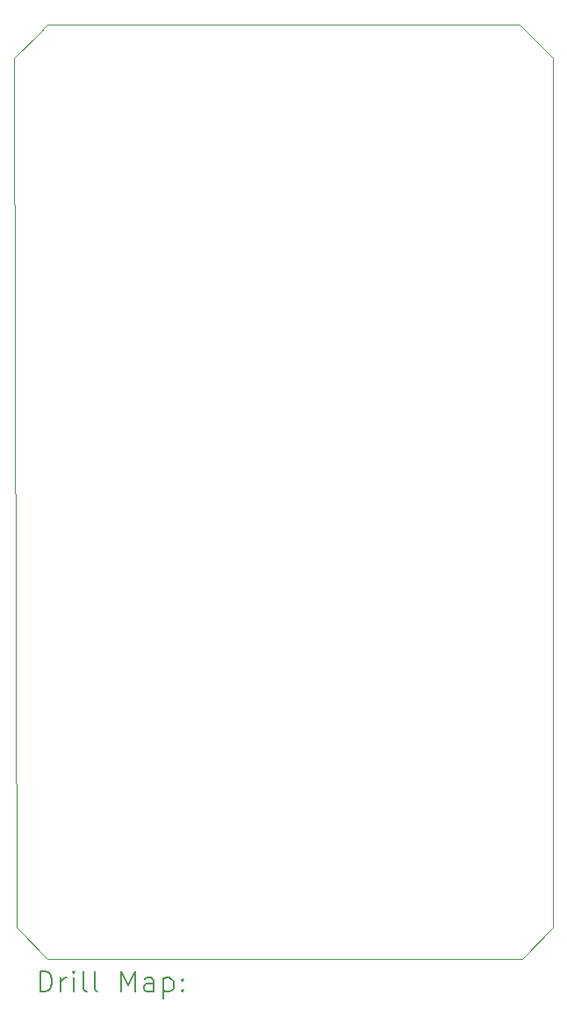
<source format=gbr>
%FSLAX45Y45*%
G04 Gerber Fmt 4.5, Leading zero omitted, Abs format (unit mm)*
G04 Created by KiCad (PCBNEW 6.0.1-79c1e3a40b~116~ubuntu21.04.1) date 2022-02-15 17:04:38*
%MOMM*%
%LPD*%
G01*
G04 APERTURE LIST*
%TA.AperFunction,Profile*%
%ADD10C,0.100000*%
%TD*%
%ADD11C,0.200000*%
G04 APERTURE END LIST*
D10*
X11900000Y-13425000D02*
X7325000Y-13425000D01*
X11875000Y-4425000D02*
X12200000Y-4750000D01*
X7250000Y-4500000D02*
X7300000Y-4450000D01*
X7325000Y-13425000D02*
X7050000Y-13150000D01*
X7325000Y-4425000D02*
X9600000Y-4425000D01*
X7025000Y-13125000D02*
X7000000Y-4750000D01*
X12200000Y-13125000D02*
X11900000Y-13425000D01*
X7300000Y-4450000D02*
X7325000Y-4425000D01*
X12200000Y-4750000D02*
X12200000Y-13125000D01*
X7000000Y-4750000D02*
X7250000Y-4500000D01*
X7050000Y-13150000D02*
X7025000Y-13125000D01*
X9600000Y-4425000D02*
X11875000Y-4425000D01*
D11*
X7252619Y-13740476D02*
X7252619Y-13540476D01*
X7300238Y-13540476D01*
X7328809Y-13550000D01*
X7347857Y-13569048D01*
X7357381Y-13588095D01*
X7366905Y-13626190D01*
X7366905Y-13654762D01*
X7357381Y-13692857D01*
X7347857Y-13711905D01*
X7328809Y-13730952D01*
X7300238Y-13740476D01*
X7252619Y-13740476D01*
X7452619Y-13740476D02*
X7452619Y-13607143D01*
X7452619Y-13645238D02*
X7462143Y-13626190D01*
X7471667Y-13616667D01*
X7490714Y-13607143D01*
X7509762Y-13607143D01*
X7576428Y-13740476D02*
X7576428Y-13607143D01*
X7576428Y-13540476D02*
X7566905Y-13550000D01*
X7576428Y-13559524D01*
X7585952Y-13550000D01*
X7576428Y-13540476D01*
X7576428Y-13559524D01*
X7700238Y-13740476D02*
X7681190Y-13730952D01*
X7671667Y-13711905D01*
X7671667Y-13540476D01*
X7805000Y-13740476D02*
X7785952Y-13730952D01*
X7776428Y-13711905D01*
X7776428Y-13540476D01*
X8033571Y-13740476D02*
X8033571Y-13540476D01*
X8100238Y-13683333D01*
X8166905Y-13540476D01*
X8166905Y-13740476D01*
X8347857Y-13740476D02*
X8347857Y-13635714D01*
X8338333Y-13616667D01*
X8319286Y-13607143D01*
X8281190Y-13607143D01*
X8262143Y-13616667D01*
X8347857Y-13730952D02*
X8328809Y-13740476D01*
X8281190Y-13740476D01*
X8262143Y-13730952D01*
X8252619Y-13711905D01*
X8252619Y-13692857D01*
X8262143Y-13673809D01*
X8281190Y-13664286D01*
X8328809Y-13664286D01*
X8347857Y-13654762D01*
X8443095Y-13607143D02*
X8443095Y-13807143D01*
X8443095Y-13616667D02*
X8462143Y-13607143D01*
X8500238Y-13607143D01*
X8519286Y-13616667D01*
X8528810Y-13626190D01*
X8538333Y-13645238D01*
X8538333Y-13702381D01*
X8528810Y-13721428D01*
X8519286Y-13730952D01*
X8500238Y-13740476D01*
X8462143Y-13740476D01*
X8443095Y-13730952D01*
X8624048Y-13721428D02*
X8633571Y-13730952D01*
X8624048Y-13740476D01*
X8614524Y-13730952D01*
X8624048Y-13721428D01*
X8624048Y-13740476D01*
X8624048Y-13616667D02*
X8633571Y-13626190D01*
X8624048Y-13635714D01*
X8614524Y-13626190D01*
X8624048Y-13616667D01*
X8624048Y-13635714D01*
M02*

</source>
